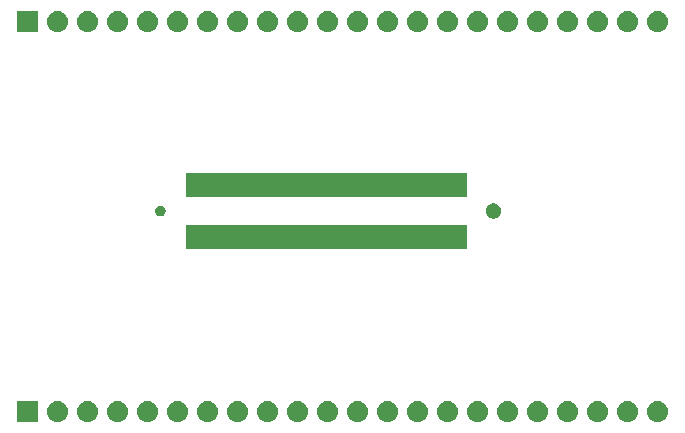
<source format=gbs>
G04 #@! TF.GenerationSoftware,KiCad,Pcbnew,5.1.4-e60b266~84~ubuntu18.04.1*
G04 #@! TF.CreationDate,2019-09-22T16:17:36+02:00*
G04 #@! TF.ProjectId,Mezz2,4d657a7a-322e-46b6-9963-61645f706362,2*
G04 #@! TF.SameCoordinates,Original*
G04 #@! TF.FileFunction,Soldermask,Bot*
G04 #@! TF.FilePolarity,Negative*
%FSLAX46Y46*%
G04 Gerber Fmt 4.6, Leading zero omitted, Abs format (unit mm)*
G04 Created by KiCad (PCBNEW 5.1.4-e60b266~84~ubuntu18.04.1) date 2019-09-22 16:17:36*
%MOMM*%
%LPD*%
G04 APERTURE LIST*
%ADD10C,0.100000*%
G04 APERTURE END LIST*
D10*
G36*
X123710443Y-110735519D02*
G01*
X123776627Y-110742037D01*
X123946466Y-110793557D01*
X124102991Y-110877222D01*
X124138729Y-110906552D01*
X124240186Y-110989814D01*
X124323448Y-111091271D01*
X124352778Y-111127009D01*
X124436443Y-111283534D01*
X124487963Y-111453373D01*
X124505359Y-111630000D01*
X124487963Y-111806627D01*
X124436443Y-111976466D01*
X124352778Y-112132991D01*
X124323448Y-112168729D01*
X124240186Y-112270186D01*
X124138729Y-112353448D01*
X124102991Y-112382778D01*
X123946466Y-112466443D01*
X123776627Y-112517963D01*
X123710443Y-112524481D01*
X123644260Y-112531000D01*
X123555740Y-112531000D01*
X123489557Y-112524481D01*
X123423373Y-112517963D01*
X123253534Y-112466443D01*
X123097009Y-112382778D01*
X123061271Y-112353448D01*
X122959814Y-112270186D01*
X122876552Y-112168729D01*
X122847222Y-112132991D01*
X122763557Y-111976466D01*
X122712037Y-111806627D01*
X122694641Y-111630000D01*
X122712037Y-111453373D01*
X122763557Y-111283534D01*
X122847222Y-111127009D01*
X122876552Y-111091271D01*
X122959814Y-110989814D01*
X123061271Y-110906552D01*
X123097009Y-110877222D01*
X123253534Y-110793557D01*
X123423373Y-110742037D01*
X123489557Y-110735519D01*
X123555740Y-110729000D01*
X123644260Y-110729000D01*
X123710443Y-110735519D01*
X123710443Y-110735519D01*
G37*
G36*
X100850443Y-110735519D02*
G01*
X100916627Y-110742037D01*
X101086466Y-110793557D01*
X101242991Y-110877222D01*
X101278729Y-110906552D01*
X101380186Y-110989814D01*
X101463448Y-111091271D01*
X101492778Y-111127009D01*
X101576443Y-111283534D01*
X101627963Y-111453373D01*
X101645359Y-111630000D01*
X101627963Y-111806627D01*
X101576443Y-111976466D01*
X101492778Y-112132991D01*
X101463448Y-112168729D01*
X101380186Y-112270186D01*
X101278729Y-112353448D01*
X101242991Y-112382778D01*
X101086466Y-112466443D01*
X100916627Y-112517963D01*
X100850443Y-112524481D01*
X100784260Y-112531000D01*
X100695740Y-112531000D01*
X100629557Y-112524481D01*
X100563373Y-112517963D01*
X100393534Y-112466443D01*
X100237009Y-112382778D01*
X100201271Y-112353448D01*
X100099814Y-112270186D01*
X100016552Y-112168729D01*
X99987222Y-112132991D01*
X99903557Y-111976466D01*
X99852037Y-111806627D01*
X99834641Y-111630000D01*
X99852037Y-111453373D01*
X99903557Y-111283534D01*
X99987222Y-111127009D01*
X100016552Y-111091271D01*
X100099814Y-110989814D01*
X100201271Y-110906552D01*
X100237009Y-110877222D01*
X100393534Y-110793557D01*
X100563373Y-110742037D01*
X100629557Y-110735519D01*
X100695740Y-110729000D01*
X100784260Y-110729000D01*
X100850443Y-110735519D01*
X100850443Y-110735519D01*
G37*
G36*
X126250443Y-110735519D02*
G01*
X126316627Y-110742037D01*
X126486466Y-110793557D01*
X126642991Y-110877222D01*
X126678729Y-110906552D01*
X126780186Y-110989814D01*
X126863448Y-111091271D01*
X126892778Y-111127009D01*
X126976443Y-111283534D01*
X127027963Y-111453373D01*
X127045359Y-111630000D01*
X127027963Y-111806627D01*
X126976443Y-111976466D01*
X126892778Y-112132991D01*
X126863448Y-112168729D01*
X126780186Y-112270186D01*
X126678729Y-112353448D01*
X126642991Y-112382778D01*
X126486466Y-112466443D01*
X126316627Y-112517963D01*
X126250443Y-112524481D01*
X126184260Y-112531000D01*
X126095740Y-112531000D01*
X126029557Y-112524481D01*
X125963373Y-112517963D01*
X125793534Y-112466443D01*
X125637009Y-112382778D01*
X125601271Y-112353448D01*
X125499814Y-112270186D01*
X125416552Y-112168729D01*
X125387222Y-112132991D01*
X125303557Y-111976466D01*
X125252037Y-111806627D01*
X125234641Y-111630000D01*
X125252037Y-111453373D01*
X125303557Y-111283534D01*
X125387222Y-111127009D01*
X125416552Y-111091271D01*
X125499814Y-110989814D01*
X125601271Y-110906552D01*
X125637009Y-110877222D01*
X125793534Y-110793557D01*
X125963373Y-110742037D01*
X126029557Y-110735519D01*
X126095740Y-110729000D01*
X126184260Y-110729000D01*
X126250443Y-110735519D01*
X126250443Y-110735519D01*
G37*
G36*
X121170443Y-110735519D02*
G01*
X121236627Y-110742037D01*
X121406466Y-110793557D01*
X121562991Y-110877222D01*
X121598729Y-110906552D01*
X121700186Y-110989814D01*
X121783448Y-111091271D01*
X121812778Y-111127009D01*
X121896443Y-111283534D01*
X121947963Y-111453373D01*
X121965359Y-111630000D01*
X121947963Y-111806627D01*
X121896443Y-111976466D01*
X121812778Y-112132991D01*
X121783448Y-112168729D01*
X121700186Y-112270186D01*
X121598729Y-112353448D01*
X121562991Y-112382778D01*
X121406466Y-112466443D01*
X121236627Y-112517963D01*
X121170443Y-112524481D01*
X121104260Y-112531000D01*
X121015740Y-112531000D01*
X120949557Y-112524481D01*
X120883373Y-112517963D01*
X120713534Y-112466443D01*
X120557009Y-112382778D01*
X120521271Y-112353448D01*
X120419814Y-112270186D01*
X120336552Y-112168729D01*
X120307222Y-112132991D01*
X120223557Y-111976466D01*
X120172037Y-111806627D01*
X120154641Y-111630000D01*
X120172037Y-111453373D01*
X120223557Y-111283534D01*
X120307222Y-111127009D01*
X120336552Y-111091271D01*
X120419814Y-110989814D01*
X120521271Y-110906552D01*
X120557009Y-110877222D01*
X120713534Y-110793557D01*
X120883373Y-110742037D01*
X120949557Y-110735519D01*
X121015740Y-110729000D01*
X121104260Y-110729000D01*
X121170443Y-110735519D01*
X121170443Y-110735519D01*
G37*
G36*
X118630443Y-110735519D02*
G01*
X118696627Y-110742037D01*
X118866466Y-110793557D01*
X119022991Y-110877222D01*
X119058729Y-110906552D01*
X119160186Y-110989814D01*
X119243448Y-111091271D01*
X119272778Y-111127009D01*
X119356443Y-111283534D01*
X119407963Y-111453373D01*
X119425359Y-111630000D01*
X119407963Y-111806627D01*
X119356443Y-111976466D01*
X119272778Y-112132991D01*
X119243448Y-112168729D01*
X119160186Y-112270186D01*
X119058729Y-112353448D01*
X119022991Y-112382778D01*
X118866466Y-112466443D01*
X118696627Y-112517963D01*
X118630443Y-112524481D01*
X118564260Y-112531000D01*
X118475740Y-112531000D01*
X118409557Y-112524481D01*
X118343373Y-112517963D01*
X118173534Y-112466443D01*
X118017009Y-112382778D01*
X117981271Y-112353448D01*
X117879814Y-112270186D01*
X117796552Y-112168729D01*
X117767222Y-112132991D01*
X117683557Y-111976466D01*
X117632037Y-111806627D01*
X117614641Y-111630000D01*
X117632037Y-111453373D01*
X117683557Y-111283534D01*
X117767222Y-111127009D01*
X117796552Y-111091271D01*
X117879814Y-110989814D01*
X117981271Y-110906552D01*
X118017009Y-110877222D01*
X118173534Y-110793557D01*
X118343373Y-110742037D01*
X118409557Y-110735519D01*
X118475740Y-110729000D01*
X118564260Y-110729000D01*
X118630443Y-110735519D01*
X118630443Y-110735519D01*
G37*
G36*
X116090443Y-110735519D02*
G01*
X116156627Y-110742037D01*
X116326466Y-110793557D01*
X116482991Y-110877222D01*
X116518729Y-110906552D01*
X116620186Y-110989814D01*
X116703448Y-111091271D01*
X116732778Y-111127009D01*
X116816443Y-111283534D01*
X116867963Y-111453373D01*
X116885359Y-111630000D01*
X116867963Y-111806627D01*
X116816443Y-111976466D01*
X116732778Y-112132991D01*
X116703448Y-112168729D01*
X116620186Y-112270186D01*
X116518729Y-112353448D01*
X116482991Y-112382778D01*
X116326466Y-112466443D01*
X116156627Y-112517963D01*
X116090443Y-112524481D01*
X116024260Y-112531000D01*
X115935740Y-112531000D01*
X115869557Y-112524481D01*
X115803373Y-112517963D01*
X115633534Y-112466443D01*
X115477009Y-112382778D01*
X115441271Y-112353448D01*
X115339814Y-112270186D01*
X115256552Y-112168729D01*
X115227222Y-112132991D01*
X115143557Y-111976466D01*
X115092037Y-111806627D01*
X115074641Y-111630000D01*
X115092037Y-111453373D01*
X115143557Y-111283534D01*
X115227222Y-111127009D01*
X115256552Y-111091271D01*
X115339814Y-110989814D01*
X115441271Y-110906552D01*
X115477009Y-110877222D01*
X115633534Y-110793557D01*
X115803373Y-110742037D01*
X115869557Y-110735519D01*
X115935740Y-110729000D01*
X116024260Y-110729000D01*
X116090443Y-110735519D01*
X116090443Y-110735519D01*
G37*
G36*
X113550443Y-110735519D02*
G01*
X113616627Y-110742037D01*
X113786466Y-110793557D01*
X113942991Y-110877222D01*
X113978729Y-110906552D01*
X114080186Y-110989814D01*
X114163448Y-111091271D01*
X114192778Y-111127009D01*
X114276443Y-111283534D01*
X114327963Y-111453373D01*
X114345359Y-111630000D01*
X114327963Y-111806627D01*
X114276443Y-111976466D01*
X114192778Y-112132991D01*
X114163448Y-112168729D01*
X114080186Y-112270186D01*
X113978729Y-112353448D01*
X113942991Y-112382778D01*
X113786466Y-112466443D01*
X113616627Y-112517963D01*
X113550443Y-112524481D01*
X113484260Y-112531000D01*
X113395740Y-112531000D01*
X113329557Y-112524481D01*
X113263373Y-112517963D01*
X113093534Y-112466443D01*
X112937009Y-112382778D01*
X112901271Y-112353448D01*
X112799814Y-112270186D01*
X112716552Y-112168729D01*
X112687222Y-112132991D01*
X112603557Y-111976466D01*
X112552037Y-111806627D01*
X112534641Y-111630000D01*
X112552037Y-111453373D01*
X112603557Y-111283534D01*
X112687222Y-111127009D01*
X112716552Y-111091271D01*
X112799814Y-110989814D01*
X112901271Y-110906552D01*
X112937009Y-110877222D01*
X113093534Y-110793557D01*
X113263373Y-110742037D01*
X113329557Y-110735519D01*
X113395740Y-110729000D01*
X113484260Y-110729000D01*
X113550443Y-110735519D01*
X113550443Y-110735519D01*
G37*
G36*
X111010443Y-110735519D02*
G01*
X111076627Y-110742037D01*
X111246466Y-110793557D01*
X111402991Y-110877222D01*
X111438729Y-110906552D01*
X111540186Y-110989814D01*
X111623448Y-111091271D01*
X111652778Y-111127009D01*
X111736443Y-111283534D01*
X111787963Y-111453373D01*
X111805359Y-111630000D01*
X111787963Y-111806627D01*
X111736443Y-111976466D01*
X111652778Y-112132991D01*
X111623448Y-112168729D01*
X111540186Y-112270186D01*
X111438729Y-112353448D01*
X111402991Y-112382778D01*
X111246466Y-112466443D01*
X111076627Y-112517963D01*
X111010443Y-112524481D01*
X110944260Y-112531000D01*
X110855740Y-112531000D01*
X110789557Y-112524481D01*
X110723373Y-112517963D01*
X110553534Y-112466443D01*
X110397009Y-112382778D01*
X110361271Y-112353448D01*
X110259814Y-112270186D01*
X110176552Y-112168729D01*
X110147222Y-112132991D01*
X110063557Y-111976466D01*
X110012037Y-111806627D01*
X109994641Y-111630000D01*
X110012037Y-111453373D01*
X110063557Y-111283534D01*
X110147222Y-111127009D01*
X110176552Y-111091271D01*
X110259814Y-110989814D01*
X110361271Y-110906552D01*
X110397009Y-110877222D01*
X110553534Y-110793557D01*
X110723373Y-110742037D01*
X110789557Y-110735519D01*
X110855740Y-110729000D01*
X110944260Y-110729000D01*
X111010443Y-110735519D01*
X111010443Y-110735519D01*
G37*
G36*
X108470443Y-110735519D02*
G01*
X108536627Y-110742037D01*
X108706466Y-110793557D01*
X108862991Y-110877222D01*
X108898729Y-110906552D01*
X109000186Y-110989814D01*
X109083448Y-111091271D01*
X109112778Y-111127009D01*
X109196443Y-111283534D01*
X109247963Y-111453373D01*
X109265359Y-111630000D01*
X109247963Y-111806627D01*
X109196443Y-111976466D01*
X109112778Y-112132991D01*
X109083448Y-112168729D01*
X109000186Y-112270186D01*
X108898729Y-112353448D01*
X108862991Y-112382778D01*
X108706466Y-112466443D01*
X108536627Y-112517963D01*
X108470443Y-112524481D01*
X108404260Y-112531000D01*
X108315740Y-112531000D01*
X108249557Y-112524481D01*
X108183373Y-112517963D01*
X108013534Y-112466443D01*
X107857009Y-112382778D01*
X107821271Y-112353448D01*
X107719814Y-112270186D01*
X107636552Y-112168729D01*
X107607222Y-112132991D01*
X107523557Y-111976466D01*
X107472037Y-111806627D01*
X107454641Y-111630000D01*
X107472037Y-111453373D01*
X107523557Y-111283534D01*
X107607222Y-111127009D01*
X107636552Y-111091271D01*
X107719814Y-110989814D01*
X107821271Y-110906552D01*
X107857009Y-110877222D01*
X108013534Y-110793557D01*
X108183373Y-110742037D01*
X108249557Y-110735519D01*
X108315740Y-110729000D01*
X108404260Y-110729000D01*
X108470443Y-110735519D01*
X108470443Y-110735519D01*
G37*
G36*
X105930443Y-110735519D02*
G01*
X105996627Y-110742037D01*
X106166466Y-110793557D01*
X106322991Y-110877222D01*
X106358729Y-110906552D01*
X106460186Y-110989814D01*
X106543448Y-111091271D01*
X106572778Y-111127009D01*
X106656443Y-111283534D01*
X106707963Y-111453373D01*
X106725359Y-111630000D01*
X106707963Y-111806627D01*
X106656443Y-111976466D01*
X106572778Y-112132991D01*
X106543448Y-112168729D01*
X106460186Y-112270186D01*
X106358729Y-112353448D01*
X106322991Y-112382778D01*
X106166466Y-112466443D01*
X105996627Y-112517963D01*
X105930443Y-112524481D01*
X105864260Y-112531000D01*
X105775740Y-112531000D01*
X105709557Y-112524481D01*
X105643373Y-112517963D01*
X105473534Y-112466443D01*
X105317009Y-112382778D01*
X105281271Y-112353448D01*
X105179814Y-112270186D01*
X105096552Y-112168729D01*
X105067222Y-112132991D01*
X104983557Y-111976466D01*
X104932037Y-111806627D01*
X104914641Y-111630000D01*
X104932037Y-111453373D01*
X104983557Y-111283534D01*
X105067222Y-111127009D01*
X105096552Y-111091271D01*
X105179814Y-110989814D01*
X105281271Y-110906552D01*
X105317009Y-110877222D01*
X105473534Y-110793557D01*
X105643373Y-110742037D01*
X105709557Y-110735519D01*
X105775740Y-110729000D01*
X105864260Y-110729000D01*
X105930443Y-110735519D01*
X105930443Y-110735519D01*
G37*
G36*
X103390443Y-110735519D02*
G01*
X103456627Y-110742037D01*
X103626466Y-110793557D01*
X103782991Y-110877222D01*
X103818729Y-110906552D01*
X103920186Y-110989814D01*
X104003448Y-111091271D01*
X104032778Y-111127009D01*
X104116443Y-111283534D01*
X104167963Y-111453373D01*
X104185359Y-111630000D01*
X104167963Y-111806627D01*
X104116443Y-111976466D01*
X104032778Y-112132991D01*
X104003448Y-112168729D01*
X103920186Y-112270186D01*
X103818729Y-112353448D01*
X103782991Y-112382778D01*
X103626466Y-112466443D01*
X103456627Y-112517963D01*
X103390443Y-112524481D01*
X103324260Y-112531000D01*
X103235740Y-112531000D01*
X103169557Y-112524481D01*
X103103373Y-112517963D01*
X102933534Y-112466443D01*
X102777009Y-112382778D01*
X102741271Y-112353448D01*
X102639814Y-112270186D01*
X102556552Y-112168729D01*
X102527222Y-112132991D01*
X102443557Y-111976466D01*
X102392037Y-111806627D01*
X102374641Y-111630000D01*
X102392037Y-111453373D01*
X102443557Y-111283534D01*
X102527222Y-111127009D01*
X102556552Y-111091271D01*
X102639814Y-110989814D01*
X102741271Y-110906552D01*
X102777009Y-110877222D01*
X102933534Y-110793557D01*
X103103373Y-110742037D01*
X103169557Y-110735519D01*
X103235740Y-110729000D01*
X103324260Y-110729000D01*
X103390443Y-110735519D01*
X103390443Y-110735519D01*
G37*
G36*
X98310443Y-110735519D02*
G01*
X98376627Y-110742037D01*
X98546466Y-110793557D01*
X98702991Y-110877222D01*
X98738729Y-110906552D01*
X98840186Y-110989814D01*
X98923448Y-111091271D01*
X98952778Y-111127009D01*
X99036443Y-111283534D01*
X99087963Y-111453373D01*
X99105359Y-111630000D01*
X99087963Y-111806627D01*
X99036443Y-111976466D01*
X98952778Y-112132991D01*
X98923448Y-112168729D01*
X98840186Y-112270186D01*
X98738729Y-112353448D01*
X98702991Y-112382778D01*
X98546466Y-112466443D01*
X98376627Y-112517963D01*
X98310443Y-112524481D01*
X98244260Y-112531000D01*
X98155740Y-112531000D01*
X98089557Y-112524481D01*
X98023373Y-112517963D01*
X97853534Y-112466443D01*
X97697009Y-112382778D01*
X97661271Y-112353448D01*
X97559814Y-112270186D01*
X97476552Y-112168729D01*
X97447222Y-112132991D01*
X97363557Y-111976466D01*
X97312037Y-111806627D01*
X97294641Y-111630000D01*
X97312037Y-111453373D01*
X97363557Y-111283534D01*
X97447222Y-111127009D01*
X97476552Y-111091271D01*
X97559814Y-110989814D01*
X97661271Y-110906552D01*
X97697009Y-110877222D01*
X97853534Y-110793557D01*
X98023373Y-110742037D01*
X98089557Y-110735519D01*
X98155740Y-110729000D01*
X98244260Y-110729000D01*
X98310443Y-110735519D01*
X98310443Y-110735519D01*
G37*
G36*
X95770443Y-110735519D02*
G01*
X95836627Y-110742037D01*
X96006466Y-110793557D01*
X96162991Y-110877222D01*
X96198729Y-110906552D01*
X96300186Y-110989814D01*
X96383448Y-111091271D01*
X96412778Y-111127009D01*
X96496443Y-111283534D01*
X96547963Y-111453373D01*
X96565359Y-111630000D01*
X96547963Y-111806627D01*
X96496443Y-111976466D01*
X96412778Y-112132991D01*
X96383448Y-112168729D01*
X96300186Y-112270186D01*
X96198729Y-112353448D01*
X96162991Y-112382778D01*
X96006466Y-112466443D01*
X95836627Y-112517963D01*
X95770443Y-112524481D01*
X95704260Y-112531000D01*
X95615740Y-112531000D01*
X95549557Y-112524481D01*
X95483373Y-112517963D01*
X95313534Y-112466443D01*
X95157009Y-112382778D01*
X95121271Y-112353448D01*
X95019814Y-112270186D01*
X94936552Y-112168729D01*
X94907222Y-112132991D01*
X94823557Y-111976466D01*
X94772037Y-111806627D01*
X94754641Y-111630000D01*
X94772037Y-111453373D01*
X94823557Y-111283534D01*
X94907222Y-111127009D01*
X94936552Y-111091271D01*
X95019814Y-110989814D01*
X95121271Y-110906552D01*
X95157009Y-110877222D01*
X95313534Y-110793557D01*
X95483373Y-110742037D01*
X95549557Y-110735519D01*
X95615740Y-110729000D01*
X95704260Y-110729000D01*
X95770443Y-110735519D01*
X95770443Y-110735519D01*
G37*
G36*
X93230443Y-110735519D02*
G01*
X93296627Y-110742037D01*
X93466466Y-110793557D01*
X93622991Y-110877222D01*
X93658729Y-110906552D01*
X93760186Y-110989814D01*
X93843448Y-111091271D01*
X93872778Y-111127009D01*
X93956443Y-111283534D01*
X94007963Y-111453373D01*
X94025359Y-111630000D01*
X94007963Y-111806627D01*
X93956443Y-111976466D01*
X93872778Y-112132991D01*
X93843448Y-112168729D01*
X93760186Y-112270186D01*
X93658729Y-112353448D01*
X93622991Y-112382778D01*
X93466466Y-112466443D01*
X93296627Y-112517963D01*
X93230443Y-112524481D01*
X93164260Y-112531000D01*
X93075740Y-112531000D01*
X93009557Y-112524481D01*
X92943373Y-112517963D01*
X92773534Y-112466443D01*
X92617009Y-112382778D01*
X92581271Y-112353448D01*
X92479814Y-112270186D01*
X92396552Y-112168729D01*
X92367222Y-112132991D01*
X92283557Y-111976466D01*
X92232037Y-111806627D01*
X92214641Y-111630000D01*
X92232037Y-111453373D01*
X92283557Y-111283534D01*
X92367222Y-111127009D01*
X92396552Y-111091271D01*
X92479814Y-110989814D01*
X92581271Y-110906552D01*
X92617009Y-110877222D01*
X92773534Y-110793557D01*
X92943373Y-110742037D01*
X93009557Y-110735519D01*
X93075740Y-110729000D01*
X93164260Y-110729000D01*
X93230443Y-110735519D01*
X93230443Y-110735519D01*
G37*
G36*
X90690443Y-110735519D02*
G01*
X90756627Y-110742037D01*
X90926466Y-110793557D01*
X91082991Y-110877222D01*
X91118729Y-110906552D01*
X91220186Y-110989814D01*
X91303448Y-111091271D01*
X91332778Y-111127009D01*
X91416443Y-111283534D01*
X91467963Y-111453373D01*
X91485359Y-111630000D01*
X91467963Y-111806627D01*
X91416443Y-111976466D01*
X91332778Y-112132991D01*
X91303448Y-112168729D01*
X91220186Y-112270186D01*
X91118729Y-112353448D01*
X91082991Y-112382778D01*
X90926466Y-112466443D01*
X90756627Y-112517963D01*
X90690443Y-112524481D01*
X90624260Y-112531000D01*
X90535740Y-112531000D01*
X90469557Y-112524481D01*
X90403373Y-112517963D01*
X90233534Y-112466443D01*
X90077009Y-112382778D01*
X90041271Y-112353448D01*
X89939814Y-112270186D01*
X89856552Y-112168729D01*
X89827222Y-112132991D01*
X89743557Y-111976466D01*
X89692037Y-111806627D01*
X89674641Y-111630000D01*
X89692037Y-111453373D01*
X89743557Y-111283534D01*
X89827222Y-111127009D01*
X89856552Y-111091271D01*
X89939814Y-110989814D01*
X90041271Y-110906552D01*
X90077009Y-110877222D01*
X90233534Y-110793557D01*
X90403373Y-110742037D01*
X90469557Y-110735519D01*
X90535740Y-110729000D01*
X90624260Y-110729000D01*
X90690443Y-110735519D01*
X90690443Y-110735519D01*
G37*
G36*
X88150443Y-110735519D02*
G01*
X88216627Y-110742037D01*
X88386466Y-110793557D01*
X88542991Y-110877222D01*
X88578729Y-110906552D01*
X88680186Y-110989814D01*
X88763448Y-111091271D01*
X88792778Y-111127009D01*
X88876443Y-111283534D01*
X88927963Y-111453373D01*
X88945359Y-111630000D01*
X88927963Y-111806627D01*
X88876443Y-111976466D01*
X88792778Y-112132991D01*
X88763448Y-112168729D01*
X88680186Y-112270186D01*
X88578729Y-112353448D01*
X88542991Y-112382778D01*
X88386466Y-112466443D01*
X88216627Y-112517963D01*
X88150443Y-112524481D01*
X88084260Y-112531000D01*
X87995740Y-112531000D01*
X87929557Y-112524481D01*
X87863373Y-112517963D01*
X87693534Y-112466443D01*
X87537009Y-112382778D01*
X87501271Y-112353448D01*
X87399814Y-112270186D01*
X87316552Y-112168729D01*
X87287222Y-112132991D01*
X87203557Y-111976466D01*
X87152037Y-111806627D01*
X87134641Y-111630000D01*
X87152037Y-111453373D01*
X87203557Y-111283534D01*
X87287222Y-111127009D01*
X87316552Y-111091271D01*
X87399814Y-110989814D01*
X87501271Y-110906552D01*
X87537009Y-110877222D01*
X87693534Y-110793557D01*
X87863373Y-110742037D01*
X87929557Y-110735519D01*
X87995740Y-110729000D01*
X88084260Y-110729000D01*
X88150443Y-110735519D01*
X88150443Y-110735519D01*
G37*
G36*
X85610443Y-110735519D02*
G01*
X85676627Y-110742037D01*
X85846466Y-110793557D01*
X86002991Y-110877222D01*
X86038729Y-110906552D01*
X86140186Y-110989814D01*
X86223448Y-111091271D01*
X86252778Y-111127009D01*
X86336443Y-111283534D01*
X86387963Y-111453373D01*
X86405359Y-111630000D01*
X86387963Y-111806627D01*
X86336443Y-111976466D01*
X86252778Y-112132991D01*
X86223448Y-112168729D01*
X86140186Y-112270186D01*
X86038729Y-112353448D01*
X86002991Y-112382778D01*
X85846466Y-112466443D01*
X85676627Y-112517963D01*
X85610443Y-112524481D01*
X85544260Y-112531000D01*
X85455740Y-112531000D01*
X85389557Y-112524481D01*
X85323373Y-112517963D01*
X85153534Y-112466443D01*
X84997009Y-112382778D01*
X84961271Y-112353448D01*
X84859814Y-112270186D01*
X84776552Y-112168729D01*
X84747222Y-112132991D01*
X84663557Y-111976466D01*
X84612037Y-111806627D01*
X84594641Y-111630000D01*
X84612037Y-111453373D01*
X84663557Y-111283534D01*
X84747222Y-111127009D01*
X84776552Y-111091271D01*
X84859814Y-110989814D01*
X84961271Y-110906552D01*
X84997009Y-110877222D01*
X85153534Y-110793557D01*
X85323373Y-110742037D01*
X85389557Y-110735519D01*
X85455740Y-110729000D01*
X85544260Y-110729000D01*
X85610443Y-110735519D01*
X85610443Y-110735519D01*
G37*
G36*
X83070443Y-110735519D02*
G01*
X83136627Y-110742037D01*
X83306466Y-110793557D01*
X83462991Y-110877222D01*
X83498729Y-110906552D01*
X83600186Y-110989814D01*
X83683448Y-111091271D01*
X83712778Y-111127009D01*
X83796443Y-111283534D01*
X83847963Y-111453373D01*
X83865359Y-111630000D01*
X83847963Y-111806627D01*
X83796443Y-111976466D01*
X83712778Y-112132991D01*
X83683448Y-112168729D01*
X83600186Y-112270186D01*
X83498729Y-112353448D01*
X83462991Y-112382778D01*
X83306466Y-112466443D01*
X83136627Y-112517963D01*
X83070443Y-112524481D01*
X83004260Y-112531000D01*
X82915740Y-112531000D01*
X82849557Y-112524481D01*
X82783373Y-112517963D01*
X82613534Y-112466443D01*
X82457009Y-112382778D01*
X82421271Y-112353448D01*
X82319814Y-112270186D01*
X82236552Y-112168729D01*
X82207222Y-112132991D01*
X82123557Y-111976466D01*
X82072037Y-111806627D01*
X82054641Y-111630000D01*
X82072037Y-111453373D01*
X82123557Y-111283534D01*
X82207222Y-111127009D01*
X82236552Y-111091271D01*
X82319814Y-110989814D01*
X82421271Y-110906552D01*
X82457009Y-110877222D01*
X82613534Y-110793557D01*
X82783373Y-110742037D01*
X82849557Y-110735519D01*
X82915740Y-110729000D01*
X83004260Y-110729000D01*
X83070443Y-110735519D01*
X83070443Y-110735519D01*
G37*
G36*
X80530443Y-110735519D02*
G01*
X80596627Y-110742037D01*
X80766466Y-110793557D01*
X80922991Y-110877222D01*
X80958729Y-110906552D01*
X81060186Y-110989814D01*
X81143448Y-111091271D01*
X81172778Y-111127009D01*
X81256443Y-111283534D01*
X81307963Y-111453373D01*
X81325359Y-111630000D01*
X81307963Y-111806627D01*
X81256443Y-111976466D01*
X81172778Y-112132991D01*
X81143448Y-112168729D01*
X81060186Y-112270186D01*
X80958729Y-112353448D01*
X80922991Y-112382778D01*
X80766466Y-112466443D01*
X80596627Y-112517963D01*
X80530443Y-112524481D01*
X80464260Y-112531000D01*
X80375740Y-112531000D01*
X80309557Y-112524481D01*
X80243373Y-112517963D01*
X80073534Y-112466443D01*
X79917009Y-112382778D01*
X79881271Y-112353448D01*
X79779814Y-112270186D01*
X79696552Y-112168729D01*
X79667222Y-112132991D01*
X79583557Y-111976466D01*
X79532037Y-111806627D01*
X79514641Y-111630000D01*
X79532037Y-111453373D01*
X79583557Y-111283534D01*
X79667222Y-111127009D01*
X79696552Y-111091271D01*
X79779814Y-110989814D01*
X79881271Y-110906552D01*
X79917009Y-110877222D01*
X80073534Y-110793557D01*
X80243373Y-110742037D01*
X80309557Y-110735519D01*
X80375740Y-110729000D01*
X80464260Y-110729000D01*
X80530443Y-110735519D01*
X80530443Y-110735519D01*
G37*
G36*
X77990443Y-110735519D02*
G01*
X78056627Y-110742037D01*
X78226466Y-110793557D01*
X78382991Y-110877222D01*
X78418729Y-110906552D01*
X78520186Y-110989814D01*
X78603448Y-111091271D01*
X78632778Y-111127009D01*
X78716443Y-111283534D01*
X78767963Y-111453373D01*
X78785359Y-111630000D01*
X78767963Y-111806627D01*
X78716443Y-111976466D01*
X78632778Y-112132991D01*
X78603448Y-112168729D01*
X78520186Y-112270186D01*
X78418729Y-112353448D01*
X78382991Y-112382778D01*
X78226466Y-112466443D01*
X78056627Y-112517963D01*
X77990443Y-112524481D01*
X77924260Y-112531000D01*
X77835740Y-112531000D01*
X77769557Y-112524481D01*
X77703373Y-112517963D01*
X77533534Y-112466443D01*
X77377009Y-112382778D01*
X77341271Y-112353448D01*
X77239814Y-112270186D01*
X77156552Y-112168729D01*
X77127222Y-112132991D01*
X77043557Y-111976466D01*
X76992037Y-111806627D01*
X76974641Y-111630000D01*
X76992037Y-111453373D01*
X77043557Y-111283534D01*
X77127222Y-111127009D01*
X77156552Y-111091271D01*
X77239814Y-110989814D01*
X77341271Y-110906552D01*
X77377009Y-110877222D01*
X77533534Y-110793557D01*
X77703373Y-110742037D01*
X77769557Y-110735519D01*
X77835740Y-110729000D01*
X77924260Y-110729000D01*
X77990443Y-110735519D01*
X77990443Y-110735519D01*
G37*
G36*
X75450443Y-110735519D02*
G01*
X75516627Y-110742037D01*
X75686466Y-110793557D01*
X75842991Y-110877222D01*
X75878729Y-110906552D01*
X75980186Y-110989814D01*
X76063448Y-111091271D01*
X76092778Y-111127009D01*
X76176443Y-111283534D01*
X76227963Y-111453373D01*
X76245359Y-111630000D01*
X76227963Y-111806627D01*
X76176443Y-111976466D01*
X76092778Y-112132991D01*
X76063448Y-112168729D01*
X75980186Y-112270186D01*
X75878729Y-112353448D01*
X75842991Y-112382778D01*
X75686466Y-112466443D01*
X75516627Y-112517963D01*
X75450443Y-112524481D01*
X75384260Y-112531000D01*
X75295740Y-112531000D01*
X75229557Y-112524481D01*
X75163373Y-112517963D01*
X74993534Y-112466443D01*
X74837009Y-112382778D01*
X74801271Y-112353448D01*
X74699814Y-112270186D01*
X74616552Y-112168729D01*
X74587222Y-112132991D01*
X74503557Y-111976466D01*
X74452037Y-111806627D01*
X74434641Y-111630000D01*
X74452037Y-111453373D01*
X74503557Y-111283534D01*
X74587222Y-111127009D01*
X74616552Y-111091271D01*
X74699814Y-110989814D01*
X74801271Y-110906552D01*
X74837009Y-110877222D01*
X74993534Y-110793557D01*
X75163373Y-110742037D01*
X75229557Y-110735519D01*
X75295740Y-110729000D01*
X75384260Y-110729000D01*
X75450443Y-110735519D01*
X75450443Y-110735519D01*
G37*
G36*
X73701000Y-112531000D02*
G01*
X71899000Y-112531000D01*
X71899000Y-110729000D01*
X73701000Y-110729000D01*
X73701000Y-112531000D01*
X73701000Y-112531000D01*
G37*
G36*
X110043000Y-97904000D02*
G01*
X86241000Y-97904000D01*
X86241000Y-95802000D01*
X110043000Y-95802000D01*
X110043000Y-97904000D01*
X110043000Y-97904000D01*
G37*
G36*
X112431890Y-94027017D02*
G01*
X112550364Y-94076091D01*
X112656988Y-94147335D01*
X112747665Y-94238012D01*
X112818909Y-94344636D01*
X112867983Y-94463110D01*
X112893000Y-94588882D01*
X112893000Y-94717118D01*
X112867983Y-94842890D01*
X112818909Y-94961364D01*
X112747665Y-95067988D01*
X112656988Y-95158665D01*
X112550364Y-95229909D01*
X112550363Y-95229910D01*
X112550362Y-95229910D01*
X112431890Y-95278983D01*
X112306119Y-95304000D01*
X112177881Y-95304000D01*
X112052110Y-95278983D01*
X111933638Y-95229910D01*
X111933637Y-95229910D01*
X111933636Y-95229909D01*
X111827012Y-95158665D01*
X111736335Y-95067988D01*
X111665091Y-94961364D01*
X111616017Y-94842890D01*
X111591000Y-94717118D01*
X111591000Y-94588882D01*
X111616017Y-94463110D01*
X111665091Y-94344636D01*
X111736335Y-94238012D01*
X111827012Y-94147335D01*
X111933636Y-94076091D01*
X112052110Y-94027017D01*
X112177881Y-94002000D01*
X112306119Y-94002000D01*
X112431890Y-94027017D01*
X112431890Y-94027017D01*
G37*
G36*
X84173552Y-94219331D02*
G01*
X84255627Y-94253328D01*
X84255629Y-94253329D01*
X84292813Y-94278175D01*
X84329495Y-94302685D01*
X84392315Y-94365505D01*
X84441672Y-94439373D01*
X84475669Y-94521448D01*
X84493000Y-94608579D01*
X84493000Y-94697421D01*
X84475669Y-94784552D01*
X84451504Y-94842890D01*
X84441671Y-94866629D01*
X84392314Y-94940496D01*
X84329496Y-95003314D01*
X84255629Y-95052671D01*
X84255628Y-95052672D01*
X84255627Y-95052672D01*
X84173552Y-95086669D01*
X84086421Y-95104000D01*
X83997579Y-95104000D01*
X83910448Y-95086669D01*
X83828373Y-95052672D01*
X83828372Y-95052672D01*
X83828371Y-95052671D01*
X83754504Y-95003314D01*
X83691686Y-94940496D01*
X83642329Y-94866629D01*
X83632496Y-94842890D01*
X83608331Y-94784552D01*
X83591000Y-94697421D01*
X83591000Y-94608579D01*
X83608331Y-94521448D01*
X83642328Y-94439373D01*
X83691685Y-94365505D01*
X83754505Y-94302685D01*
X83791187Y-94278175D01*
X83828371Y-94253329D01*
X83828373Y-94253328D01*
X83910448Y-94219331D01*
X83997579Y-94202000D01*
X84086421Y-94202000D01*
X84173552Y-94219331D01*
X84173552Y-94219331D01*
G37*
G36*
X110043000Y-93504000D02*
G01*
X86241000Y-93504000D01*
X86241000Y-91402000D01*
X110043000Y-91402000D01*
X110043000Y-93504000D01*
X110043000Y-93504000D01*
G37*
G36*
X98310442Y-77715518D02*
G01*
X98376627Y-77722037D01*
X98546466Y-77773557D01*
X98702991Y-77857222D01*
X98738729Y-77886552D01*
X98840186Y-77969814D01*
X98923448Y-78071271D01*
X98952778Y-78107009D01*
X99036443Y-78263534D01*
X99087963Y-78433373D01*
X99105359Y-78610000D01*
X99087963Y-78786627D01*
X99036443Y-78956466D01*
X98952778Y-79112991D01*
X98923448Y-79148729D01*
X98840186Y-79250186D01*
X98738729Y-79333448D01*
X98702991Y-79362778D01*
X98546466Y-79446443D01*
X98376627Y-79497963D01*
X98310442Y-79504482D01*
X98244260Y-79511000D01*
X98155740Y-79511000D01*
X98089558Y-79504482D01*
X98023373Y-79497963D01*
X97853534Y-79446443D01*
X97697009Y-79362778D01*
X97661271Y-79333448D01*
X97559814Y-79250186D01*
X97476552Y-79148729D01*
X97447222Y-79112991D01*
X97363557Y-78956466D01*
X97312037Y-78786627D01*
X97294641Y-78610000D01*
X97312037Y-78433373D01*
X97363557Y-78263534D01*
X97447222Y-78107009D01*
X97476552Y-78071271D01*
X97559814Y-77969814D01*
X97661271Y-77886552D01*
X97697009Y-77857222D01*
X97853534Y-77773557D01*
X98023373Y-77722037D01*
X98089558Y-77715518D01*
X98155740Y-77709000D01*
X98244260Y-77709000D01*
X98310442Y-77715518D01*
X98310442Y-77715518D01*
G37*
G36*
X126250442Y-77715518D02*
G01*
X126316627Y-77722037D01*
X126486466Y-77773557D01*
X126642991Y-77857222D01*
X126678729Y-77886552D01*
X126780186Y-77969814D01*
X126863448Y-78071271D01*
X126892778Y-78107009D01*
X126976443Y-78263534D01*
X127027963Y-78433373D01*
X127045359Y-78610000D01*
X127027963Y-78786627D01*
X126976443Y-78956466D01*
X126892778Y-79112991D01*
X126863448Y-79148729D01*
X126780186Y-79250186D01*
X126678729Y-79333448D01*
X126642991Y-79362778D01*
X126486466Y-79446443D01*
X126316627Y-79497963D01*
X126250442Y-79504482D01*
X126184260Y-79511000D01*
X126095740Y-79511000D01*
X126029558Y-79504482D01*
X125963373Y-79497963D01*
X125793534Y-79446443D01*
X125637009Y-79362778D01*
X125601271Y-79333448D01*
X125499814Y-79250186D01*
X125416552Y-79148729D01*
X125387222Y-79112991D01*
X125303557Y-78956466D01*
X125252037Y-78786627D01*
X125234641Y-78610000D01*
X125252037Y-78433373D01*
X125303557Y-78263534D01*
X125387222Y-78107009D01*
X125416552Y-78071271D01*
X125499814Y-77969814D01*
X125601271Y-77886552D01*
X125637009Y-77857222D01*
X125793534Y-77773557D01*
X125963373Y-77722037D01*
X126029558Y-77715518D01*
X126095740Y-77709000D01*
X126184260Y-77709000D01*
X126250442Y-77715518D01*
X126250442Y-77715518D01*
G37*
G36*
X123710442Y-77715518D02*
G01*
X123776627Y-77722037D01*
X123946466Y-77773557D01*
X124102991Y-77857222D01*
X124138729Y-77886552D01*
X124240186Y-77969814D01*
X124323448Y-78071271D01*
X124352778Y-78107009D01*
X124436443Y-78263534D01*
X124487963Y-78433373D01*
X124505359Y-78610000D01*
X124487963Y-78786627D01*
X124436443Y-78956466D01*
X124352778Y-79112991D01*
X124323448Y-79148729D01*
X124240186Y-79250186D01*
X124138729Y-79333448D01*
X124102991Y-79362778D01*
X123946466Y-79446443D01*
X123776627Y-79497963D01*
X123710442Y-79504482D01*
X123644260Y-79511000D01*
X123555740Y-79511000D01*
X123489558Y-79504482D01*
X123423373Y-79497963D01*
X123253534Y-79446443D01*
X123097009Y-79362778D01*
X123061271Y-79333448D01*
X122959814Y-79250186D01*
X122876552Y-79148729D01*
X122847222Y-79112991D01*
X122763557Y-78956466D01*
X122712037Y-78786627D01*
X122694641Y-78610000D01*
X122712037Y-78433373D01*
X122763557Y-78263534D01*
X122847222Y-78107009D01*
X122876552Y-78071271D01*
X122959814Y-77969814D01*
X123061271Y-77886552D01*
X123097009Y-77857222D01*
X123253534Y-77773557D01*
X123423373Y-77722037D01*
X123489558Y-77715518D01*
X123555740Y-77709000D01*
X123644260Y-77709000D01*
X123710442Y-77715518D01*
X123710442Y-77715518D01*
G37*
G36*
X121170442Y-77715518D02*
G01*
X121236627Y-77722037D01*
X121406466Y-77773557D01*
X121562991Y-77857222D01*
X121598729Y-77886552D01*
X121700186Y-77969814D01*
X121783448Y-78071271D01*
X121812778Y-78107009D01*
X121896443Y-78263534D01*
X121947963Y-78433373D01*
X121965359Y-78610000D01*
X121947963Y-78786627D01*
X121896443Y-78956466D01*
X121812778Y-79112991D01*
X121783448Y-79148729D01*
X121700186Y-79250186D01*
X121598729Y-79333448D01*
X121562991Y-79362778D01*
X121406466Y-79446443D01*
X121236627Y-79497963D01*
X121170442Y-79504482D01*
X121104260Y-79511000D01*
X121015740Y-79511000D01*
X120949558Y-79504482D01*
X120883373Y-79497963D01*
X120713534Y-79446443D01*
X120557009Y-79362778D01*
X120521271Y-79333448D01*
X120419814Y-79250186D01*
X120336552Y-79148729D01*
X120307222Y-79112991D01*
X120223557Y-78956466D01*
X120172037Y-78786627D01*
X120154641Y-78610000D01*
X120172037Y-78433373D01*
X120223557Y-78263534D01*
X120307222Y-78107009D01*
X120336552Y-78071271D01*
X120419814Y-77969814D01*
X120521271Y-77886552D01*
X120557009Y-77857222D01*
X120713534Y-77773557D01*
X120883373Y-77722037D01*
X120949558Y-77715518D01*
X121015740Y-77709000D01*
X121104260Y-77709000D01*
X121170442Y-77715518D01*
X121170442Y-77715518D01*
G37*
G36*
X118630442Y-77715518D02*
G01*
X118696627Y-77722037D01*
X118866466Y-77773557D01*
X119022991Y-77857222D01*
X119058729Y-77886552D01*
X119160186Y-77969814D01*
X119243448Y-78071271D01*
X119272778Y-78107009D01*
X119356443Y-78263534D01*
X119407963Y-78433373D01*
X119425359Y-78610000D01*
X119407963Y-78786627D01*
X119356443Y-78956466D01*
X119272778Y-79112991D01*
X119243448Y-79148729D01*
X119160186Y-79250186D01*
X119058729Y-79333448D01*
X119022991Y-79362778D01*
X118866466Y-79446443D01*
X118696627Y-79497963D01*
X118630442Y-79504482D01*
X118564260Y-79511000D01*
X118475740Y-79511000D01*
X118409558Y-79504482D01*
X118343373Y-79497963D01*
X118173534Y-79446443D01*
X118017009Y-79362778D01*
X117981271Y-79333448D01*
X117879814Y-79250186D01*
X117796552Y-79148729D01*
X117767222Y-79112991D01*
X117683557Y-78956466D01*
X117632037Y-78786627D01*
X117614641Y-78610000D01*
X117632037Y-78433373D01*
X117683557Y-78263534D01*
X117767222Y-78107009D01*
X117796552Y-78071271D01*
X117879814Y-77969814D01*
X117981271Y-77886552D01*
X118017009Y-77857222D01*
X118173534Y-77773557D01*
X118343373Y-77722037D01*
X118409558Y-77715518D01*
X118475740Y-77709000D01*
X118564260Y-77709000D01*
X118630442Y-77715518D01*
X118630442Y-77715518D01*
G37*
G36*
X116090442Y-77715518D02*
G01*
X116156627Y-77722037D01*
X116326466Y-77773557D01*
X116482991Y-77857222D01*
X116518729Y-77886552D01*
X116620186Y-77969814D01*
X116703448Y-78071271D01*
X116732778Y-78107009D01*
X116816443Y-78263534D01*
X116867963Y-78433373D01*
X116885359Y-78610000D01*
X116867963Y-78786627D01*
X116816443Y-78956466D01*
X116732778Y-79112991D01*
X116703448Y-79148729D01*
X116620186Y-79250186D01*
X116518729Y-79333448D01*
X116482991Y-79362778D01*
X116326466Y-79446443D01*
X116156627Y-79497963D01*
X116090442Y-79504482D01*
X116024260Y-79511000D01*
X115935740Y-79511000D01*
X115869558Y-79504482D01*
X115803373Y-79497963D01*
X115633534Y-79446443D01*
X115477009Y-79362778D01*
X115441271Y-79333448D01*
X115339814Y-79250186D01*
X115256552Y-79148729D01*
X115227222Y-79112991D01*
X115143557Y-78956466D01*
X115092037Y-78786627D01*
X115074641Y-78610000D01*
X115092037Y-78433373D01*
X115143557Y-78263534D01*
X115227222Y-78107009D01*
X115256552Y-78071271D01*
X115339814Y-77969814D01*
X115441271Y-77886552D01*
X115477009Y-77857222D01*
X115633534Y-77773557D01*
X115803373Y-77722037D01*
X115869558Y-77715518D01*
X115935740Y-77709000D01*
X116024260Y-77709000D01*
X116090442Y-77715518D01*
X116090442Y-77715518D01*
G37*
G36*
X113550442Y-77715518D02*
G01*
X113616627Y-77722037D01*
X113786466Y-77773557D01*
X113942991Y-77857222D01*
X113978729Y-77886552D01*
X114080186Y-77969814D01*
X114163448Y-78071271D01*
X114192778Y-78107009D01*
X114276443Y-78263534D01*
X114327963Y-78433373D01*
X114345359Y-78610000D01*
X114327963Y-78786627D01*
X114276443Y-78956466D01*
X114192778Y-79112991D01*
X114163448Y-79148729D01*
X114080186Y-79250186D01*
X113978729Y-79333448D01*
X113942991Y-79362778D01*
X113786466Y-79446443D01*
X113616627Y-79497963D01*
X113550442Y-79504482D01*
X113484260Y-79511000D01*
X113395740Y-79511000D01*
X113329558Y-79504482D01*
X113263373Y-79497963D01*
X113093534Y-79446443D01*
X112937009Y-79362778D01*
X112901271Y-79333448D01*
X112799814Y-79250186D01*
X112716552Y-79148729D01*
X112687222Y-79112991D01*
X112603557Y-78956466D01*
X112552037Y-78786627D01*
X112534641Y-78610000D01*
X112552037Y-78433373D01*
X112603557Y-78263534D01*
X112687222Y-78107009D01*
X112716552Y-78071271D01*
X112799814Y-77969814D01*
X112901271Y-77886552D01*
X112937009Y-77857222D01*
X113093534Y-77773557D01*
X113263373Y-77722037D01*
X113329558Y-77715518D01*
X113395740Y-77709000D01*
X113484260Y-77709000D01*
X113550442Y-77715518D01*
X113550442Y-77715518D01*
G37*
G36*
X111010442Y-77715518D02*
G01*
X111076627Y-77722037D01*
X111246466Y-77773557D01*
X111402991Y-77857222D01*
X111438729Y-77886552D01*
X111540186Y-77969814D01*
X111623448Y-78071271D01*
X111652778Y-78107009D01*
X111736443Y-78263534D01*
X111787963Y-78433373D01*
X111805359Y-78610000D01*
X111787963Y-78786627D01*
X111736443Y-78956466D01*
X111652778Y-79112991D01*
X111623448Y-79148729D01*
X111540186Y-79250186D01*
X111438729Y-79333448D01*
X111402991Y-79362778D01*
X111246466Y-79446443D01*
X111076627Y-79497963D01*
X111010442Y-79504482D01*
X110944260Y-79511000D01*
X110855740Y-79511000D01*
X110789558Y-79504482D01*
X110723373Y-79497963D01*
X110553534Y-79446443D01*
X110397009Y-79362778D01*
X110361271Y-79333448D01*
X110259814Y-79250186D01*
X110176552Y-79148729D01*
X110147222Y-79112991D01*
X110063557Y-78956466D01*
X110012037Y-78786627D01*
X109994641Y-78610000D01*
X110012037Y-78433373D01*
X110063557Y-78263534D01*
X110147222Y-78107009D01*
X110176552Y-78071271D01*
X110259814Y-77969814D01*
X110361271Y-77886552D01*
X110397009Y-77857222D01*
X110553534Y-77773557D01*
X110723373Y-77722037D01*
X110789558Y-77715518D01*
X110855740Y-77709000D01*
X110944260Y-77709000D01*
X111010442Y-77715518D01*
X111010442Y-77715518D01*
G37*
G36*
X108470442Y-77715518D02*
G01*
X108536627Y-77722037D01*
X108706466Y-77773557D01*
X108862991Y-77857222D01*
X108898729Y-77886552D01*
X109000186Y-77969814D01*
X109083448Y-78071271D01*
X109112778Y-78107009D01*
X109196443Y-78263534D01*
X109247963Y-78433373D01*
X109265359Y-78610000D01*
X109247963Y-78786627D01*
X109196443Y-78956466D01*
X109112778Y-79112991D01*
X109083448Y-79148729D01*
X109000186Y-79250186D01*
X108898729Y-79333448D01*
X108862991Y-79362778D01*
X108706466Y-79446443D01*
X108536627Y-79497963D01*
X108470442Y-79504482D01*
X108404260Y-79511000D01*
X108315740Y-79511000D01*
X108249558Y-79504482D01*
X108183373Y-79497963D01*
X108013534Y-79446443D01*
X107857009Y-79362778D01*
X107821271Y-79333448D01*
X107719814Y-79250186D01*
X107636552Y-79148729D01*
X107607222Y-79112991D01*
X107523557Y-78956466D01*
X107472037Y-78786627D01*
X107454641Y-78610000D01*
X107472037Y-78433373D01*
X107523557Y-78263534D01*
X107607222Y-78107009D01*
X107636552Y-78071271D01*
X107719814Y-77969814D01*
X107821271Y-77886552D01*
X107857009Y-77857222D01*
X108013534Y-77773557D01*
X108183373Y-77722037D01*
X108249558Y-77715518D01*
X108315740Y-77709000D01*
X108404260Y-77709000D01*
X108470442Y-77715518D01*
X108470442Y-77715518D01*
G37*
G36*
X105930442Y-77715518D02*
G01*
X105996627Y-77722037D01*
X106166466Y-77773557D01*
X106322991Y-77857222D01*
X106358729Y-77886552D01*
X106460186Y-77969814D01*
X106543448Y-78071271D01*
X106572778Y-78107009D01*
X106656443Y-78263534D01*
X106707963Y-78433373D01*
X106725359Y-78610000D01*
X106707963Y-78786627D01*
X106656443Y-78956466D01*
X106572778Y-79112991D01*
X106543448Y-79148729D01*
X106460186Y-79250186D01*
X106358729Y-79333448D01*
X106322991Y-79362778D01*
X106166466Y-79446443D01*
X105996627Y-79497963D01*
X105930442Y-79504482D01*
X105864260Y-79511000D01*
X105775740Y-79511000D01*
X105709558Y-79504482D01*
X105643373Y-79497963D01*
X105473534Y-79446443D01*
X105317009Y-79362778D01*
X105281271Y-79333448D01*
X105179814Y-79250186D01*
X105096552Y-79148729D01*
X105067222Y-79112991D01*
X104983557Y-78956466D01*
X104932037Y-78786627D01*
X104914641Y-78610000D01*
X104932037Y-78433373D01*
X104983557Y-78263534D01*
X105067222Y-78107009D01*
X105096552Y-78071271D01*
X105179814Y-77969814D01*
X105281271Y-77886552D01*
X105317009Y-77857222D01*
X105473534Y-77773557D01*
X105643373Y-77722037D01*
X105709558Y-77715518D01*
X105775740Y-77709000D01*
X105864260Y-77709000D01*
X105930442Y-77715518D01*
X105930442Y-77715518D01*
G37*
G36*
X103390442Y-77715518D02*
G01*
X103456627Y-77722037D01*
X103626466Y-77773557D01*
X103782991Y-77857222D01*
X103818729Y-77886552D01*
X103920186Y-77969814D01*
X104003448Y-78071271D01*
X104032778Y-78107009D01*
X104116443Y-78263534D01*
X104167963Y-78433373D01*
X104185359Y-78610000D01*
X104167963Y-78786627D01*
X104116443Y-78956466D01*
X104032778Y-79112991D01*
X104003448Y-79148729D01*
X103920186Y-79250186D01*
X103818729Y-79333448D01*
X103782991Y-79362778D01*
X103626466Y-79446443D01*
X103456627Y-79497963D01*
X103390442Y-79504482D01*
X103324260Y-79511000D01*
X103235740Y-79511000D01*
X103169558Y-79504482D01*
X103103373Y-79497963D01*
X102933534Y-79446443D01*
X102777009Y-79362778D01*
X102741271Y-79333448D01*
X102639814Y-79250186D01*
X102556552Y-79148729D01*
X102527222Y-79112991D01*
X102443557Y-78956466D01*
X102392037Y-78786627D01*
X102374641Y-78610000D01*
X102392037Y-78433373D01*
X102443557Y-78263534D01*
X102527222Y-78107009D01*
X102556552Y-78071271D01*
X102639814Y-77969814D01*
X102741271Y-77886552D01*
X102777009Y-77857222D01*
X102933534Y-77773557D01*
X103103373Y-77722037D01*
X103169558Y-77715518D01*
X103235740Y-77709000D01*
X103324260Y-77709000D01*
X103390442Y-77715518D01*
X103390442Y-77715518D01*
G37*
G36*
X100850442Y-77715518D02*
G01*
X100916627Y-77722037D01*
X101086466Y-77773557D01*
X101242991Y-77857222D01*
X101278729Y-77886552D01*
X101380186Y-77969814D01*
X101463448Y-78071271D01*
X101492778Y-78107009D01*
X101576443Y-78263534D01*
X101627963Y-78433373D01*
X101645359Y-78610000D01*
X101627963Y-78786627D01*
X101576443Y-78956466D01*
X101492778Y-79112991D01*
X101463448Y-79148729D01*
X101380186Y-79250186D01*
X101278729Y-79333448D01*
X101242991Y-79362778D01*
X101086466Y-79446443D01*
X100916627Y-79497963D01*
X100850442Y-79504482D01*
X100784260Y-79511000D01*
X100695740Y-79511000D01*
X100629558Y-79504482D01*
X100563373Y-79497963D01*
X100393534Y-79446443D01*
X100237009Y-79362778D01*
X100201271Y-79333448D01*
X100099814Y-79250186D01*
X100016552Y-79148729D01*
X99987222Y-79112991D01*
X99903557Y-78956466D01*
X99852037Y-78786627D01*
X99834641Y-78610000D01*
X99852037Y-78433373D01*
X99903557Y-78263534D01*
X99987222Y-78107009D01*
X100016552Y-78071271D01*
X100099814Y-77969814D01*
X100201271Y-77886552D01*
X100237009Y-77857222D01*
X100393534Y-77773557D01*
X100563373Y-77722037D01*
X100629558Y-77715518D01*
X100695740Y-77709000D01*
X100784260Y-77709000D01*
X100850442Y-77715518D01*
X100850442Y-77715518D01*
G37*
G36*
X95770442Y-77715518D02*
G01*
X95836627Y-77722037D01*
X96006466Y-77773557D01*
X96162991Y-77857222D01*
X96198729Y-77886552D01*
X96300186Y-77969814D01*
X96383448Y-78071271D01*
X96412778Y-78107009D01*
X96496443Y-78263534D01*
X96547963Y-78433373D01*
X96565359Y-78610000D01*
X96547963Y-78786627D01*
X96496443Y-78956466D01*
X96412778Y-79112991D01*
X96383448Y-79148729D01*
X96300186Y-79250186D01*
X96198729Y-79333448D01*
X96162991Y-79362778D01*
X96006466Y-79446443D01*
X95836627Y-79497963D01*
X95770442Y-79504482D01*
X95704260Y-79511000D01*
X95615740Y-79511000D01*
X95549558Y-79504482D01*
X95483373Y-79497963D01*
X95313534Y-79446443D01*
X95157009Y-79362778D01*
X95121271Y-79333448D01*
X95019814Y-79250186D01*
X94936552Y-79148729D01*
X94907222Y-79112991D01*
X94823557Y-78956466D01*
X94772037Y-78786627D01*
X94754641Y-78610000D01*
X94772037Y-78433373D01*
X94823557Y-78263534D01*
X94907222Y-78107009D01*
X94936552Y-78071271D01*
X95019814Y-77969814D01*
X95121271Y-77886552D01*
X95157009Y-77857222D01*
X95313534Y-77773557D01*
X95483373Y-77722037D01*
X95549558Y-77715518D01*
X95615740Y-77709000D01*
X95704260Y-77709000D01*
X95770442Y-77715518D01*
X95770442Y-77715518D01*
G37*
G36*
X93230442Y-77715518D02*
G01*
X93296627Y-77722037D01*
X93466466Y-77773557D01*
X93622991Y-77857222D01*
X93658729Y-77886552D01*
X93760186Y-77969814D01*
X93843448Y-78071271D01*
X93872778Y-78107009D01*
X93956443Y-78263534D01*
X94007963Y-78433373D01*
X94025359Y-78610000D01*
X94007963Y-78786627D01*
X93956443Y-78956466D01*
X93872778Y-79112991D01*
X93843448Y-79148729D01*
X93760186Y-79250186D01*
X93658729Y-79333448D01*
X93622991Y-79362778D01*
X93466466Y-79446443D01*
X93296627Y-79497963D01*
X93230442Y-79504482D01*
X93164260Y-79511000D01*
X93075740Y-79511000D01*
X93009558Y-79504482D01*
X92943373Y-79497963D01*
X92773534Y-79446443D01*
X92617009Y-79362778D01*
X92581271Y-79333448D01*
X92479814Y-79250186D01*
X92396552Y-79148729D01*
X92367222Y-79112991D01*
X92283557Y-78956466D01*
X92232037Y-78786627D01*
X92214641Y-78610000D01*
X92232037Y-78433373D01*
X92283557Y-78263534D01*
X92367222Y-78107009D01*
X92396552Y-78071271D01*
X92479814Y-77969814D01*
X92581271Y-77886552D01*
X92617009Y-77857222D01*
X92773534Y-77773557D01*
X92943373Y-77722037D01*
X93009558Y-77715518D01*
X93075740Y-77709000D01*
X93164260Y-77709000D01*
X93230442Y-77715518D01*
X93230442Y-77715518D01*
G37*
G36*
X90690442Y-77715518D02*
G01*
X90756627Y-77722037D01*
X90926466Y-77773557D01*
X91082991Y-77857222D01*
X91118729Y-77886552D01*
X91220186Y-77969814D01*
X91303448Y-78071271D01*
X91332778Y-78107009D01*
X91416443Y-78263534D01*
X91467963Y-78433373D01*
X91485359Y-78610000D01*
X91467963Y-78786627D01*
X91416443Y-78956466D01*
X91332778Y-79112991D01*
X91303448Y-79148729D01*
X91220186Y-79250186D01*
X91118729Y-79333448D01*
X91082991Y-79362778D01*
X90926466Y-79446443D01*
X90756627Y-79497963D01*
X90690442Y-79504482D01*
X90624260Y-79511000D01*
X90535740Y-79511000D01*
X90469558Y-79504482D01*
X90403373Y-79497963D01*
X90233534Y-79446443D01*
X90077009Y-79362778D01*
X90041271Y-79333448D01*
X89939814Y-79250186D01*
X89856552Y-79148729D01*
X89827222Y-79112991D01*
X89743557Y-78956466D01*
X89692037Y-78786627D01*
X89674641Y-78610000D01*
X89692037Y-78433373D01*
X89743557Y-78263534D01*
X89827222Y-78107009D01*
X89856552Y-78071271D01*
X89939814Y-77969814D01*
X90041271Y-77886552D01*
X90077009Y-77857222D01*
X90233534Y-77773557D01*
X90403373Y-77722037D01*
X90469558Y-77715518D01*
X90535740Y-77709000D01*
X90624260Y-77709000D01*
X90690442Y-77715518D01*
X90690442Y-77715518D01*
G37*
G36*
X88150442Y-77715518D02*
G01*
X88216627Y-77722037D01*
X88386466Y-77773557D01*
X88542991Y-77857222D01*
X88578729Y-77886552D01*
X88680186Y-77969814D01*
X88763448Y-78071271D01*
X88792778Y-78107009D01*
X88876443Y-78263534D01*
X88927963Y-78433373D01*
X88945359Y-78610000D01*
X88927963Y-78786627D01*
X88876443Y-78956466D01*
X88792778Y-79112991D01*
X88763448Y-79148729D01*
X88680186Y-79250186D01*
X88578729Y-79333448D01*
X88542991Y-79362778D01*
X88386466Y-79446443D01*
X88216627Y-79497963D01*
X88150442Y-79504482D01*
X88084260Y-79511000D01*
X87995740Y-79511000D01*
X87929558Y-79504482D01*
X87863373Y-79497963D01*
X87693534Y-79446443D01*
X87537009Y-79362778D01*
X87501271Y-79333448D01*
X87399814Y-79250186D01*
X87316552Y-79148729D01*
X87287222Y-79112991D01*
X87203557Y-78956466D01*
X87152037Y-78786627D01*
X87134641Y-78610000D01*
X87152037Y-78433373D01*
X87203557Y-78263534D01*
X87287222Y-78107009D01*
X87316552Y-78071271D01*
X87399814Y-77969814D01*
X87501271Y-77886552D01*
X87537009Y-77857222D01*
X87693534Y-77773557D01*
X87863373Y-77722037D01*
X87929558Y-77715518D01*
X87995740Y-77709000D01*
X88084260Y-77709000D01*
X88150442Y-77715518D01*
X88150442Y-77715518D01*
G37*
G36*
X85610442Y-77715518D02*
G01*
X85676627Y-77722037D01*
X85846466Y-77773557D01*
X86002991Y-77857222D01*
X86038729Y-77886552D01*
X86140186Y-77969814D01*
X86223448Y-78071271D01*
X86252778Y-78107009D01*
X86336443Y-78263534D01*
X86387963Y-78433373D01*
X86405359Y-78610000D01*
X86387963Y-78786627D01*
X86336443Y-78956466D01*
X86252778Y-79112991D01*
X86223448Y-79148729D01*
X86140186Y-79250186D01*
X86038729Y-79333448D01*
X86002991Y-79362778D01*
X85846466Y-79446443D01*
X85676627Y-79497963D01*
X85610442Y-79504482D01*
X85544260Y-79511000D01*
X85455740Y-79511000D01*
X85389558Y-79504482D01*
X85323373Y-79497963D01*
X85153534Y-79446443D01*
X84997009Y-79362778D01*
X84961271Y-79333448D01*
X84859814Y-79250186D01*
X84776552Y-79148729D01*
X84747222Y-79112991D01*
X84663557Y-78956466D01*
X84612037Y-78786627D01*
X84594641Y-78610000D01*
X84612037Y-78433373D01*
X84663557Y-78263534D01*
X84747222Y-78107009D01*
X84776552Y-78071271D01*
X84859814Y-77969814D01*
X84961271Y-77886552D01*
X84997009Y-77857222D01*
X85153534Y-77773557D01*
X85323373Y-77722037D01*
X85389558Y-77715518D01*
X85455740Y-77709000D01*
X85544260Y-77709000D01*
X85610442Y-77715518D01*
X85610442Y-77715518D01*
G37*
G36*
X83070442Y-77715518D02*
G01*
X83136627Y-77722037D01*
X83306466Y-77773557D01*
X83462991Y-77857222D01*
X83498729Y-77886552D01*
X83600186Y-77969814D01*
X83683448Y-78071271D01*
X83712778Y-78107009D01*
X83796443Y-78263534D01*
X83847963Y-78433373D01*
X83865359Y-78610000D01*
X83847963Y-78786627D01*
X83796443Y-78956466D01*
X83712778Y-79112991D01*
X83683448Y-79148729D01*
X83600186Y-79250186D01*
X83498729Y-79333448D01*
X83462991Y-79362778D01*
X83306466Y-79446443D01*
X83136627Y-79497963D01*
X83070442Y-79504482D01*
X83004260Y-79511000D01*
X82915740Y-79511000D01*
X82849558Y-79504482D01*
X82783373Y-79497963D01*
X82613534Y-79446443D01*
X82457009Y-79362778D01*
X82421271Y-79333448D01*
X82319814Y-79250186D01*
X82236552Y-79148729D01*
X82207222Y-79112991D01*
X82123557Y-78956466D01*
X82072037Y-78786627D01*
X82054641Y-78610000D01*
X82072037Y-78433373D01*
X82123557Y-78263534D01*
X82207222Y-78107009D01*
X82236552Y-78071271D01*
X82319814Y-77969814D01*
X82421271Y-77886552D01*
X82457009Y-77857222D01*
X82613534Y-77773557D01*
X82783373Y-77722037D01*
X82849558Y-77715518D01*
X82915740Y-77709000D01*
X83004260Y-77709000D01*
X83070442Y-77715518D01*
X83070442Y-77715518D01*
G37*
G36*
X80530442Y-77715518D02*
G01*
X80596627Y-77722037D01*
X80766466Y-77773557D01*
X80922991Y-77857222D01*
X80958729Y-77886552D01*
X81060186Y-77969814D01*
X81143448Y-78071271D01*
X81172778Y-78107009D01*
X81256443Y-78263534D01*
X81307963Y-78433373D01*
X81325359Y-78610000D01*
X81307963Y-78786627D01*
X81256443Y-78956466D01*
X81172778Y-79112991D01*
X81143448Y-79148729D01*
X81060186Y-79250186D01*
X80958729Y-79333448D01*
X80922991Y-79362778D01*
X80766466Y-79446443D01*
X80596627Y-79497963D01*
X80530442Y-79504482D01*
X80464260Y-79511000D01*
X80375740Y-79511000D01*
X80309558Y-79504482D01*
X80243373Y-79497963D01*
X80073534Y-79446443D01*
X79917009Y-79362778D01*
X79881271Y-79333448D01*
X79779814Y-79250186D01*
X79696552Y-79148729D01*
X79667222Y-79112991D01*
X79583557Y-78956466D01*
X79532037Y-78786627D01*
X79514641Y-78610000D01*
X79532037Y-78433373D01*
X79583557Y-78263534D01*
X79667222Y-78107009D01*
X79696552Y-78071271D01*
X79779814Y-77969814D01*
X79881271Y-77886552D01*
X79917009Y-77857222D01*
X80073534Y-77773557D01*
X80243373Y-77722037D01*
X80309558Y-77715518D01*
X80375740Y-77709000D01*
X80464260Y-77709000D01*
X80530442Y-77715518D01*
X80530442Y-77715518D01*
G37*
G36*
X77990442Y-77715518D02*
G01*
X78056627Y-77722037D01*
X78226466Y-77773557D01*
X78382991Y-77857222D01*
X78418729Y-77886552D01*
X78520186Y-77969814D01*
X78603448Y-78071271D01*
X78632778Y-78107009D01*
X78716443Y-78263534D01*
X78767963Y-78433373D01*
X78785359Y-78610000D01*
X78767963Y-78786627D01*
X78716443Y-78956466D01*
X78632778Y-79112991D01*
X78603448Y-79148729D01*
X78520186Y-79250186D01*
X78418729Y-79333448D01*
X78382991Y-79362778D01*
X78226466Y-79446443D01*
X78056627Y-79497963D01*
X77990442Y-79504482D01*
X77924260Y-79511000D01*
X77835740Y-79511000D01*
X77769558Y-79504482D01*
X77703373Y-79497963D01*
X77533534Y-79446443D01*
X77377009Y-79362778D01*
X77341271Y-79333448D01*
X77239814Y-79250186D01*
X77156552Y-79148729D01*
X77127222Y-79112991D01*
X77043557Y-78956466D01*
X76992037Y-78786627D01*
X76974641Y-78610000D01*
X76992037Y-78433373D01*
X77043557Y-78263534D01*
X77127222Y-78107009D01*
X77156552Y-78071271D01*
X77239814Y-77969814D01*
X77341271Y-77886552D01*
X77377009Y-77857222D01*
X77533534Y-77773557D01*
X77703373Y-77722037D01*
X77769558Y-77715518D01*
X77835740Y-77709000D01*
X77924260Y-77709000D01*
X77990442Y-77715518D01*
X77990442Y-77715518D01*
G37*
G36*
X73701000Y-79511000D02*
G01*
X71899000Y-79511000D01*
X71899000Y-77709000D01*
X73701000Y-77709000D01*
X73701000Y-79511000D01*
X73701000Y-79511000D01*
G37*
G36*
X75450442Y-77715518D02*
G01*
X75516627Y-77722037D01*
X75686466Y-77773557D01*
X75842991Y-77857222D01*
X75878729Y-77886552D01*
X75980186Y-77969814D01*
X76063448Y-78071271D01*
X76092778Y-78107009D01*
X76176443Y-78263534D01*
X76227963Y-78433373D01*
X76245359Y-78610000D01*
X76227963Y-78786627D01*
X76176443Y-78956466D01*
X76092778Y-79112991D01*
X76063448Y-79148729D01*
X75980186Y-79250186D01*
X75878729Y-79333448D01*
X75842991Y-79362778D01*
X75686466Y-79446443D01*
X75516627Y-79497963D01*
X75450442Y-79504482D01*
X75384260Y-79511000D01*
X75295740Y-79511000D01*
X75229558Y-79504482D01*
X75163373Y-79497963D01*
X74993534Y-79446443D01*
X74837009Y-79362778D01*
X74801271Y-79333448D01*
X74699814Y-79250186D01*
X74616552Y-79148729D01*
X74587222Y-79112991D01*
X74503557Y-78956466D01*
X74452037Y-78786627D01*
X74434641Y-78610000D01*
X74452037Y-78433373D01*
X74503557Y-78263534D01*
X74587222Y-78107009D01*
X74616552Y-78071271D01*
X74699814Y-77969814D01*
X74801271Y-77886552D01*
X74837009Y-77857222D01*
X74993534Y-77773557D01*
X75163373Y-77722037D01*
X75229558Y-77715518D01*
X75295740Y-77709000D01*
X75384260Y-77709000D01*
X75450442Y-77715518D01*
X75450442Y-77715518D01*
G37*
M02*

</source>
